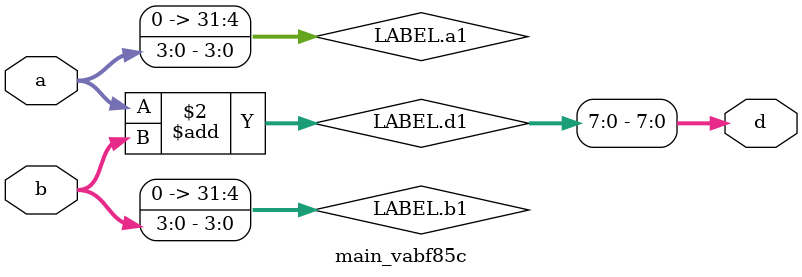
<source format=v>

`default_nettype none

module main #(
 parameter v0fe8ab = 3,
 parameter v823f1c = -5
) (
 input vclk,
 output [7:0] v6aceff,
 output vc852b0
);
 localparam p2 = v823f1c;
 localparam p3 = v0fe8ab;
 wire [0:3] w0;
 wire [0:3] w1;
 wire [0:7] w4;
 wire w5;
 wire [0:7] w6;
 wire w7;
 wire w8;
 wire w9;
 assign v6aceff = w4;
 assign vc852b0 = w7;
 assign w8 = vclk;
 assign w9 = vclk;
 assign w6 = w4;
 assign w9 = w8;
 v656d05 #(
  .vb061d7(p3)
 ) v219712 (
  .vda9708(w1)
 );
 v656d05 #(
  .vb061d7(p2)
 ) vc43618 (
  .vda9708(w0)
 );
 main_vabf85c vabf85c (
  .b(w0),
  .a(w1),
  .d(w4)
 );
 va9a5bc v867362 (
  .v2a8434(w5),
  .vac0eb2(w8)
 );
 vc6459c v62e88c (
  .v05e99b(w5),
  .v19b8dd(w6),
  .v8caaa5(w7),
  .ve9a78f(w9)
 );
endmodule

/*-------------------------------------------------*/
/*--   */
/*-- - - - - - - - - - - - - - - - - - - - - - - --*/
/*-- 
/*-------------------------------------------------*/
//---- Top entity
module v656d05 #(
 parameter vb061d7 = 0
) (
 output [3:0] vda9708
);
 localparam p0 = vb061d7;
 wire [0:3] w1;
 assign vda9708 = w1;
 v656d05_v49c8a7 #(
  .n(p0)
 ) v49c8a7 (
  .num(w1)
 );
endmodule

/*-------------------------------------------------*/
/*-- 4 bits constante  */
/*-- - - - - - - - - - - - - - - - - - - - - - - --*/
/*-- Constante 4 bits
/*-------------------------------------------------*/

module v656d05_v49c8a7 #(
 parameter n = 0
) (
 output [3:0] num
);
 
 assign num=n;
endmodule
//---- Top entity
module va9a5bc #(
 parameter vfb06ae = 1
) (
 input vac0eb2,
 output v2a8434
);
 localparam p2 = vfb06ae;
 wire w0;
 wire w1;
 assign v2a8434 = w0;
 assign w1 = vac0eb2;
 va9a5bc_v6cac2f #(
  .SEC(p2)
 ) v6cac2f (
  .o(w0),
  .clk(w1)
 );
endmodule

/*-------------------------------------------------*/
/*-- Corazon-tic-Sec  */
/*-- - - - - - - - - - - - - - - - - - - - - - - --*/
/*-- Corazón de bombeo de tics a con periodo paramétrico de segundos
/*-------------------------------------------------*/

module va9a5bc_v6cac2f #(
 parameter SEC = 0
) (
 input clk,
 output o
);
 //localparam SEC;
 
 //-- Constante para dividir y obtener una frecuencia de 1Hz
 localparam M = 12000000*SEC;
 
 //-- Calcular el numero de bits para almacenar M
 localparam N = $clog2(M);
 
 //-- Cable de reset para el contador
 wire reset;
 
 //-- Registro del divisor
 reg [N-1:0] divcounter;
 
 
 //-- Contador con reset
 always @(posedge clk)
   if (reset)
     divcounter <= 0;
   else
     divcounter <= divcounter + 1;
 
 //-- Comparador que resetea el contador cuando se alcanza el tope
 assign reset = (divcounter == M-1);
 
 //-- La salida es la señal de overflow
 assign o = reset;
 
 
 
 
endmodule
//---- Top entity
module vc6459c #(
 parameter ved2ada = 115200
) (
 input ve9a78f,
 input [7:0] v19b8dd,
 input v05e99b,
 output v8caaa5,
 output v2da441,
 output v01321e
);
 localparam p1 = ved2ada;
 wire w0;
 wire w2;
 wire [0:7] w3;
 wire w4;
 wire w5;
 wire w6;
 assign v8caaa5 = w0;
 assign w2 = ve9a78f;
 assign w3 = v19b8dd;
 assign w4 = v05e99b;
 assign v2da441 = w5;
 assign v01321e = w6;
 vc6459c_vedebcc #(
  .BAUD(p1)
 ) vedebcc (
  .TX(w0),
  .clk(w2),
  .data(w3),
  .txmit(w4),
  .busy(w5),
  .done(w6)
 );
endmodule

/*-------------------------------------------------*/
/*-- Serial-tx  */
/*-- - - - - - - - - - - - - - - - - - - - - - - --*/
/*-- Transmisor serie
/*-------------------------------------------------*/

module vc6459c_vedebcc #(
 parameter BAUD = 0
) (
 input clk,
 input [7:0] data,
 input txmit,
 output TX,
 output busy,
 output done
);
 //-- Constantes para obtener las velocidades estándares
 `define B115200 104 
 `define B57600  208
 `define B38400  313
 `define B19200  625
 `define B9600   1250
 `define B4800   2500
 `define B2400   5000
 `define B1200   10000
 `define B600    20000
 `define B300    40000
 
 //-- Constante para calcular los baudios
 localparam BAUDRATE = (BAUD==115200) ? `B115200 : //-- OK
                       (BAUD==57600)  ? `B57600  : //-- OK
                       (BAUD==38400)  ? `B38400  : //-- Ok
                       (BAUD==19200)  ? `B19200  : //-- OK
                       (BAUD==9600)   ? `B9600   : //-- OK
                       (BAUD==4800)   ? `B4800   : //-- OK 
                       (BAUD==2400)   ? `B2400   : //-- OK
                       (BAUD==1200)   ? `B1200   : //-- OK
                       (BAUD==600)    ? `B600    : //-- OK
                       (BAUD==300)    ? `B300    : //-- OK
                       `B115200 ;  //-- Por defecto 115200 baudios
 
 
 //---- GENERADOR DE BAUDIOS
 
 //-- Calcular el numero dde bits para almacenar el divisor
 localparam N = $clog2(BAUDRATE);
 
 //-- Contador para implementar el divisor
 //-- Es un contador modulo BAUDRATE
 reg [N-1:0] divcounter = 0;
 
 //-- Cable de reset para el contador
 //-- Comparador que resetea el contador cuando se alcanza el tope
 //-- o cuando el estado del biestable es 0 (apagado)
 wire reset = ov_gen | (state == 0);
 
 //-- Contador con reset
 always @(posedge clk)
   if (reset)
     divcounter <= 0;
   else
     divcounter <= divcounter + 1;
 
 //-- Hemos llegado al final
 wire ov_gen = (divcounter == BAUDRATE-1);
 
 
 
 //-- REGISTRO DESPLAZAMIENTO
 
 //-- Salida serie. Inicialmete a 1 (reposo) 
 reg TX = 1;
 
 //-- Registro de desplazamiento de 9 bits
 //-- Inicializado todo a 1s
 reg [8:0] q = 9'h1FF;
 
 //-- La entrada de shift es la salida del generador de baudios
 wire shift = ov_gen;
 
 always @(posedge clk)
   if (txmit_tic)
   //-- Carga del registro
     q <= {data, 1'b0};
     
   else if (shift)
     //-- Desplazamiento. Rellenar con 1 (bit de stop)
     q <= {1'b1, q[8:1]};
     
 //-- Sacar el bit de menor peso por serial-out    
 wire so;
 assign so = q[0];
 
 //-- La salida tx la registramos
 always @(posedge clk)
   TX <= so;
   
 //-- La señal de entrada txmit se pasa por un 
 //-- detector de flancos de subida para generar un tic
 reg q_re = 0;
 wire txmit_tic;
 
 always @(posedge clk)
   q_re <= txmit;
   
 assign txmit_tic = (~q_re & txmit);  
 
 
 
 //-- Estado de transmisor
 //-- 0: Parado
 //-- 1: Ocupado (transmitiendo)
 reg state = 0;
   
 always @(posedge clk)
   //-- Empieza la transmision: ocupado
   if (txmit)
     state <= 1'b1;
     
   //-- Acaba la transmision: libre    
   else if (ov)
     state <= 1'b0;
 
 //-- Contador de bits enviados
 reg [3:0] bits = 0;
 always @(posedge clk)
   //-- Si la cuenta ha terminado... volver a 0
   if (ov)
     bits <= 2'b00;
   else
     if (shift)
       bits <= bits + 1;
 
 //-- Comprobar si se ha transmitido el último bit (overflow)
 //-- 1 bit de start + 8 bits de datos + 1 bit de stop
 wire ov = (bits == 10);
 
 //-- La señal de ocupado es el estado del transmisor
 assign busy = state;
 
 //-- La señal de done es la de overflow pero retrasada un
 //-- periodo de reloj del sistema y que el biestable 
 //-- llegue al estado de parado antes de que se 
 //-- empiece otra transmision
 
 reg done=0;
 
 always @(posedge clk)
   done <= ov;
 
endmodule

module main_vabf85c (
 input [3:0] a,
 input [3:0] b,
 output [7:0] d
);
 
 
 reg [7:0] d;
 // las entradas a y b se están tratando como números sin signo 
 // por lo que su suma será tratada como sin signo aunque se asigne a un entero
 // donde los enteros se tratan con signo
 
 always @(*)
 
 begin:LABEL
 // Un bloque always necesita definir una etiqueta
 // si se realiza una declaracion local ( a1,b1,c1)
 
 integer a1,b1,d1; //integer 32 bits signed, pero se adapta pero no hace extension
                   // del signo, no rellena con 0's o 1's en función del signo
 
  a1 = a;         //Inicialización  a1 = 0000_0011  adapta a 8 bits rellenado de 0's
  b1 = b;         //   b1 = 0000_1011  no  rellena con 1's no hace extensión de signo
 
  d1 = a+b;        //Suma 0000_0011 + 0000_1011 y el bit7 es el signo pero ya 
                   // se ha perdido el signo del -5
  d  = d1;         // la suma dará 0000_1110 = 14 y es un número positivo
                   // cuando lo que queremos es que diera 1111_1110 = -2 
 
 end
endmodule

</source>
